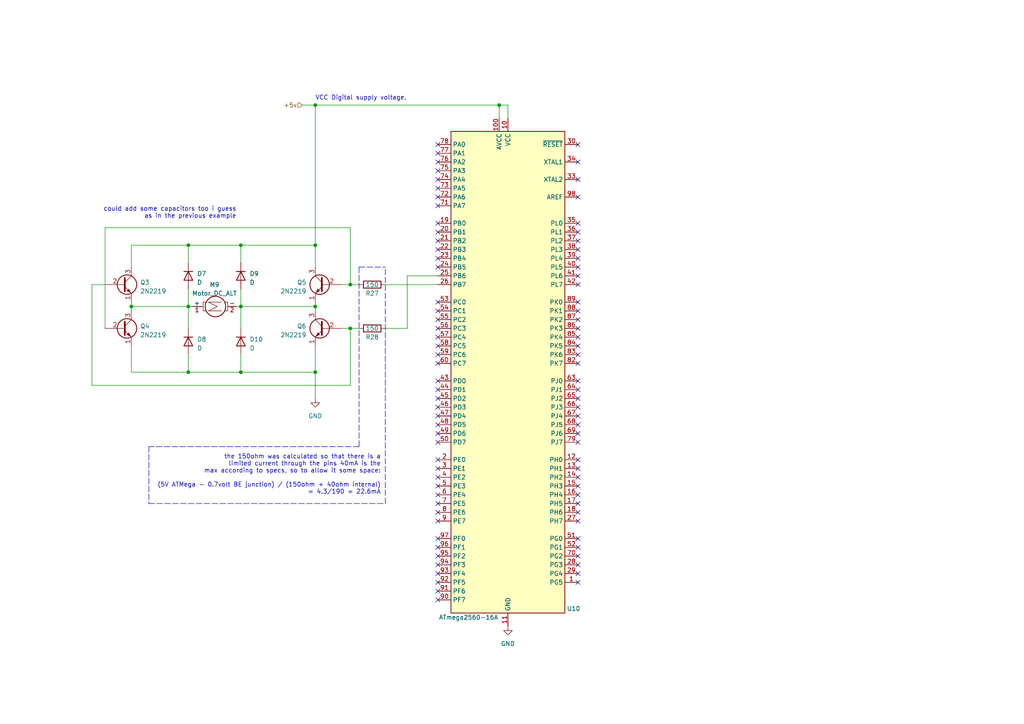
<source format=kicad_sch>
(kicad_sch (version 20210126) (generator eeschema)
  (paper "A4")
  (title_block (title "High Power Consumption 12"))
  (lib_symbols
    (symbol "Device:D" (pin_numbers hide) (pin_names (offset 1.016) hide)
      (property "Reference" "D" (at 0 2.54 0))
      (property "Value" "D" (at 0 -2.54 0))
      (symbol "D_0_1"
        (polyline (pts (xy -1.27 1.27) (xy -1.27 -1.27)) (stroke (width 0.254)))
        (polyline (pts (xy 1.27 0) (xy -1.27 0)))
        (polyline (pts (xy 1.27 1.27) (xy 1.27 -1.27) (xy -1.27 0) (xy 1.27 1.27)) (stroke (width 0.254)))
      )
      (symbol "D_1_1"
        (pin passive line (at -3.81 0 0) (length 2.54) (name "K") (number "1"))
        (pin passive line (at 3.81 0 180) (length 2.54) (name "A") (number "2"))
      )
    )
    (symbol "Device:R" (pin_numbers hide) (pin_names (offset 0))
      (property "Reference" "R" (at 2.032 0 90))
      (property "Value" "R" (at 0 0 90))
      (symbol "R_0_1"
        (rectangle (start -1.016 -2.54) (end 1.016 2.54) (stroke (width 0.254)))
      )
      (symbol "R_1_1"
        (pin passive line (at 0 3.81 270) (length 1.27) (name "~") (number "1"))
        (pin passive line (at 0 -3.81 90) (length 1.27) (name "~") (number "2"))
      )
    )
    (symbol "MCU_Microchip_ATmega:ATmega2560-16A"
      (property "Reference" "U" (at 0 1.27 0))
      (property "Value" "ATmega2560-16A" (at 0 -1.27 0))
      (symbol "ATmega2560-16A_0_1"
        (rectangle (start -16.51 -69.85) (end 16.51 69.85) (stroke (width 0.254)) (fill (type background)))
      )
      (symbol "ATmega2560-16A_1_1"
        (pin bidirectional line (at -20.32 -60.96 0) (length 3.81) (name "PG5") (number "1"))
        (pin power_in line (at 0 73.66 270) (length 3.81) (name "VCC") (number "10"))
        (pin power_in line (at 2.54 73.66 270) (length 3.81) (name "AVCC") (number "100"))
        (pin power_in line (at 0 -73.66 90) (length 3.81) (name "GND") (number "11"))
        (pin bidirectional line (at -20.32 -25.4 0) (length 3.81) (name "PH0") (number "12"))
        (pin bidirectional line (at -20.32 -27.94 0) (length 3.81) (name "PH1") (number "13"))
        (pin bidirectional line (at -20.32 -30.48 0) (length 3.81) (name "PH2") (number "14"))
        (pin bidirectional line (at -20.32 -33.02 0) (length 3.81) (name "PH3") (number "15"))
        (pin bidirectional line (at -20.32 -35.56 0) (length 3.81) (name "PH4") (number "16"))
        (pin bidirectional line (at -20.32 -38.1 0) (length 3.81) (name "PH5") (number "17"))
        (pin bidirectional line (at -20.32 -40.64 0) (length 3.81) (name "PH6") (number "18"))
        (pin bidirectional line (at 20.32 43.18 180) (length 3.81) (name "PB0") (number "19"))
        (pin bidirectional line (at 20.32 -25.4 180) (length 3.81) (name "PE0") (number "2"))
        (pin bidirectional line (at 20.32 40.64 180) (length 3.81) (name "PB1") (number "20"))
        (pin bidirectional line (at 20.32 38.1 180) (length 3.81) (name "PB2") (number "21"))
        (pin bidirectional line (at 20.32 35.56 180) (length 3.81) (name "PB3") (number "22"))
        (pin bidirectional line (at 20.32 33.02 180) (length 3.81) (name "PB4") (number "23"))
        (pin bidirectional line (at 20.32 30.48 180) (length 3.81) (name "PB5") (number "24"))
        (pin bidirectional line (at 20.32 27.94 180) (length 3.81) (name "PB6") (number "25"))
        (pin bidirectional line (at 20.32 25.4 180) (length 3.81) (name "PB7") (number "26"))
        (pin bidirectional line (at -20.32 -43.18 0) (length 3.81) (name "PH7") (number "27"))
        (pin bidirectional line (at -20.32 -55.88 0) (length 3.81) (name "PG3") (number "28"))
        (pin bidirectional line (at -20.32 -58.42 0) (length 3.81) (name "PG4") (number "29"))
        (pin bidirectional line (at 20.32 -27.94 180) (length 3.81) (name "PE1") (number "3"))
        (pin input line (at -20.32 66.04 0) (length 3.81) (name "~RESET") (number "30"))
        (pin passive line (at 0 73.66 270) (length 3.81) hide (name "VCC") (number "31"))
        (pin passive line (at 0 -73.66 90) (length 3.81) hide (name "GND") (number "32"))
        (pin output line (at -20.32 55.88 0) (length 3.81) (name "XTAL2") (number "33"))
        (pin input line (at -20.32 60.96 0) (length 3.81) (name "XTAL1") (number "34"))
        (pin bidirectional line (at -20.32 43.18 0) (length 3.81) (name "PL0") (number "35"))
        (pin bidirectional line (at -20.32 40.64 0) (length 3.81) (name "PL1") (number "36"))
        (pin bidirectional line (at -20.32 38.1 0) (length 3.81) (name "PL2") (number "37"))
        (pin bidirectional line (at -20.32 35.56 0) (length 3.81) (name "PL3") (number "38"))
        (pin bidirectional line (at -20.32 33.02 0) (length 3.81) (name "PL4") (number "39"))
        (pin bidirectional line (at 20.32 -30.48 180) (length 3.81) (name "PE2") (number "4"))
        (pin bidirectional line (at -20.32 30.48 0) (length 3.81) (name "PL5") (number "40"))
        (pin bidirectional line (at -20.32 27.94 0) (length 3.81) (name "PL6") (number "41"))
        (pin bidirectional line (at -20.32 25.4 0) (length 3.81) (name "PL7") (number "42"))
        (pin bidirectional line (at 20.32 -2.54 180) (length 3.81) (name "PD0") (number "43"))
        (pin bidirectional line (at 20.32 -5.08 180) (length 3.81) (name "PD1") (number "44"))
        (pin bidirectional line (at 20.32 -7.62 180) (length 3.81) (name "PD2") (number "45"))
        (pin bidirectional line (at 20.32 -10.16 180) (length 3.81) (name "PD3") (number "46"))
        (pin bidirectional line (at 20.32 -12.7 180) (length 3.81) (name "PD4") (number "47"))
        (pin bidirectional line (at 20.32 -15.24 180) (length 3.81) (name "PD5") (number "48"))
        (pin bidirectional line (at 20.32 -17.78 180) (length 3.81) (name "PD6") (number "49"))
        (pin bidirectional line (at 20.32 -33.02 180) (length 3.81) (name "PE3") (number "5"))
        (pin bidirectional line (at 20.32 -20.32 180) (length 3.81) (name "PD7") (number "50"))
        (pin bidirectional line (at -20.32 -48.26 0) (length 3.81) (name "PG0") (number "51"))
        (pin bidirectional line (at -20.32 -50.8 0) (length 3.81) (name "PG1") (number "52"))
        (pin bidirectional line (at 20.32 20.32 180) (length 3.81) (name "PC0") (number "53"))
        (pin bidirectional line (at 20.32 17.78 180) (length 3.81) (name "PC1") (number "54"))
        (pin bidirectional line (at 20.32 15.24 180) (length 3.81) (name "PC2") (number "55"))
        (pin bidirectional line (at 20.32 12.7 180) (length 3.81) (name "PC3") (number "56"))
        (pin bidirectional line (at 20.32 10.16 180) (length 3.81) (name "PC4") (number "57"))
        (pin bidirectional line (at 20.32 7.62 180) (length 3.81) (name "PC5") (number "58"))
        (pin bidirectional line (at 20.32 5.08 180) (length 3.81) (name "PC6") (number "59"))
        (pin bidirectional line (at 20.32 -35.56 180) (length 3.81) (name "PE4") (number "6"))
        (pin bidirectional line (at 20.32 2.54 180) (length 3.81) (name "PC7") (number "60"))
        (pin passive line (at 0 73.66 270) (length 3.81) hide (name "VCC") (number "61"))
        (pin passive line (at 0 -73.66 90) (length 3.81) hide (name "GND") (number "62"))
        (pin bidirectional line (at -20.32 -2.54 0) (length 3.81) (name "PJ0") (number "63"))
        (pin bidirectional line (at -20.32 -5.08 0) (length 3.81) (name "PJ1") (number "64"))
        (pin bidirectional line (at -20.32 -7.62 0) (length 3.81) (name "PJ2") (number "65"))
        (pin bidirectional line (at -20.32 -10.16 0) (length 3.81) (name "PJ3") (number "66"))
        (pin bidirectional line (at -20.32 -12.7 0) (length 3.81) (name "PJ4") (number "67"))
        (pin bidirectional line (at -20.32 -15.24 0) (length 3.81) (name "PJ5") (number "68"))
        (pin bidirectional line (at -20.32 -17.78 0) (length 3.81) (name "PJ6") (number "69"))
        (pin bidirectional line (at 20.32 -38.1 180) (length 3.81) (name "PE5") (number "7"))
        (pin bidirectional line (at -20.32 -53.34 0) (length 3.81) (name "PG2") (number "70"))
        (pin bidirectional line (at 20.32 48.26 180) (length 3.81) (name "PA7") (number "71"))
        (pin bidirectional line (at 20.32 50.8 180) (length 3.81) (name "PA6") (number "72"))
        (pin bidirectional line (at 20.32 53.34 180) (length 3.81) (name "PA5") (number "73"))
        (pin bidirectional line (at 20.32 55.88 180) (length 3.81) (name "PA4") (number "74"))
        (pin bidirectional line (at 20.32 58.42 180) (length 3.81) (name "PA3") (number "75"))
        (pin bidirectional line (at 20.32 60.96 180) (length 3.81) (name "PA2") (number "76"))
        (pin bidirectional line (at 20.32 63.5 180) (length 3.81) (name "PA1") (number "77"))
        (pin bidirectional line (at 20.32 66.04 180) (length 3.81) (name "PA0") (number "78"))
        (pin bidirectional line (at -20.32 -20.32 0) (length 3.81) (name "PJ7") (number "79"))
        (pin bidirectional line (at 20.32 -40.64 180) (length 3.81) (name "PE6") (number "8"))
        (pin passive line (at 0 73.66 270) (length 3.81) hide (name "VCC") (number "80"))
        (pin passive line (at 0 -73.66 90) (length 3.81) hide (name "GND") (number "81"))
        (pin bidirectional line (at -20.32 2.54 0) (length 3.81) (name "PK7") (number "82"))
        (pin bidirectional line (at -20.32 5.08 0) (length 3.81) (name "PK6") (number "83"))
        (pin bidirectional line (at -20.32 7.62 0) (length 3.81) (name "PK5") (number "84"))
        (pin bidirectional line (at -20.32 10.16 0) (length 3.81) (name "PK4") (number "85"))
        (pin bidirectional line (at -20.32 12.7 0) (length 3.81) (name "PK3") (number "86"))
        (pin bidirectional line (at -20.32 15.24 0) (length 3.81) (name "PK2") (number "87"))
        (pin bidirectional line (at -20.32 17.78 0) (length 3.81) (name "PK1") (number "88"))
        (pin bidirectional line (at -20.32 20.32 0) (length 3.81) (name "PK0") (number "89"))
        (pin bidirectional line (at 20.32 -43.18 180) (length 3.81) (name "PE7") (number "9"))
        (pin bidirectional line (at 20.32 -66.04 180) (length 3.81) (name "PF7") (number "90"))
        (pin bidirectional line (at 20.32 -63.5 180) (length 3.81) (name "PF6") (number "91"))
        (pin bidirectional line (at 20.32 -60.96 180) (length 3.81) (name "PF5") (number "92"))
        (pin bidirectional line (at 20.32 -58.42 180) (length 3.81) (name "PF4") (number "93"))
        (pin bidirectional line (at 20.32 -55.88 180) (length 3.81) (name "PF3") (number "94"))
        (pin bidirectional line (at 20.32 -53.34 180) (length 3.81) (name "PF2") (number "95"))
        (pin bidirectional line (at 20.32 -50.8 180) (length 3.81) (name "PF1") (number "96"))
        (pin bidirectional line (at 20.32 -48.26 180) (length 3.81) (name "PF0") (number "97"))
        (pin passive line (at -20.32 50.8 0) (length 3.81) (name "AREF") (number "98"))
        (pin passive line (at 0 -73.66 90) (length 3.81) hide (name "GND") (number "99"))
      )
    )
    (symbol "Motor:Motor_DC_ALT" (pin_names (offset 0))
      (property "Reference" "M" (at 2.54 2.54 0))
      (property "Value" "Motor_DC_ALT" (at 2.54 -5.08 0))
      (symbol "Motor_DC_ALT_0_0"
        (circle (center 0 -1.524) (radius 2.9718) (stroke (width 0.254)))
        (polyline (pts (xy -1.27 -4.318) (xy -1.27 -5.08) (xy 1.27 -5.08) (xy 1.27 -4.318)))
        (polyline (pts (xy -1.27 1.27) (xy -1.27 2.032) (xy 1.27 2.032) (xy 1.27 1.27)))
        (polyline (pts (xy -1.27 -3.302) (xy -1.27 0.508) (xy 0 -2.032) (xy 1.27 0.508) (xy 1.27 -3.302)))
      )
      (symbol "Motor_DC_ALT_0_1"
        (polyline (pts (xy 0 2.032) (xy 0 2.54)))
      )
      (symbol "Motor_DC_ALT_1_1"
        (pin passive line (at 0 5.08 270) (length 2.54) (name "+") (number "1"))
        (pin passive line (at 0 -7.62 90) (length 2.54) (name "-") (number "2"))
      )
    )
    (symbol "Transistor_BJT:2N2219" (pin_names (offset 0) hide)
      (property "Reference" "Q" (at 5.08 1.905 0))
      (property "Value" "2N2219" (at 5.08 0 0))
      (symbol "2N2219_0_1"
        (circle (center 1.27 0) (radius 2.8194) (stroke (width 0.254)))
        (polyline (pts (xy 0.635 0.635) (xy 2.54 2.54)))
        (polyline (pts (xy 0.635 -0.635) (xy 2.54 -2.54) (xy 2.54 -2.54)))
        (polyline (pts (xy 0.635 1.905) (xy 0.635 -1.905) (xy 0.635 -1.905)) (stroke (width 0.508)))
        (polyline (pts (xy 1.27 -1.778) (xy 1.778 -1.27) (xy 2.286 -2.286) (xy 1.27 -1.778) (xy 1.27 -1.778)) (fill (type outline)))
      )
      (symbol "2N2219_1_1"
        (pin passive line (at 2.54 -5.08 90) (length 2.54) (name "E") (number "1"))
        (pin passive line (at -5.08 0 0) (length 5.715) (name "B") (number "2"))
        (pin passive line (at 2.54 5.08 270) (length 2.54) (name "C") (number "3"))
      )
    )
    (symbol "power:GND" (power) (pin_names (offset 0))
      (property "Value" "GND" (at 0 -3.81 0))
      (symbol "GND_0_1"
        (polyline (pts (xy 0 0) (xy 0 -1.27) (xy 1.27 -1.27) (xy 0 -2.54) (xy -1.27 -1.27) (xy 0 -1.27)))
      )
      (symbol "GND_1_1"
        (pin power_in line (at 0 0 270) (length 0) hide (name "GND") (number "1"))
      )
    )
  )
  (junction (at 38.1 88.9) (diameter 0.9144))
  (junction (at 54.61 71.12) (diameter 0.9144))
  (junction (at 54.61 88.9) (diameter 0.9144))
  (junction (at 54.61 107.95) (diameter 0.9144))
  (junction (at 69.85 71.12) (diameter 0.9144))
  (junction (at 69.85 88.9) (diameter 0.9144))
  (junction (at 69.85 107.95) (diameter 0.9144))
  (junction (at 91.44 30.48) (diameter 0.9144))
  (junction (at 91.44 71.12) (diameter 0.9144))
  (junction (at 91.44 88.9) (diameter 0.9144))
  (junction (at 91.44 107.95) (diameter 0.9144))
  (junction (at 101.6 82.55) (diameter 0.9144))
  (junction (at 101.6 95.25) (diameter 0.9144))
  (junction (at 144.78 30.48) (diameter 0.9144))
  (no_connect (at 127 41.91))
  (no_connect (at 127 44.45))
  (no_connect (at 127 46.99))
  (no_connect (at 127 49.53))
  (no_connect (at 127 52.07))
  (no_connect (at 127 54.61))
  (no_connect (at 127 57.15))
  (no_connect (at 127 59.69))
  (no_connect (at 127 64.77))
  (no_connect (at 127 67.31))
  (no_connect (at 127 69.85))
  (no_connect (at 127 72.39))
  (no_connect (at 127 74.93))
  (no_connect (at 127 77.47))
  (no_connect (at 127 87.63))
  (no_connect (at 127 90.17))
  (no_connect (at 127 92.71))
  (no_connect (at 127 95.25))
  (no_connect (at 127 97.79))
  (no_connect (at 127 100.33))
  (no_connect (at 127 102.87))
  (no_connect (at 127 105.41))
  (no_connect (at 127 110.49))
  (no_connect (at 127 113.03))
  (no_connect (at 127 115.57))
  (no_connect (at 127 118.11))
  (no_connect (at 127 120.65))
  (no_connect (at 127 123.19))
  (no_connect (at 127 125.73))
  (no_connect (at 127 128.27))
  (no_connect (at 127 133.35))
  (no_connect (at 127 135.89))
  (no_connect (at 127 138.43))
  (no_connect (at 127 140.97))
  (no_connect (at 127 143.51))
  (no_connect (at 127 146.05))
  (no_connect (at 127 148.59))
  (no_connect (at 127 151.13))
  (no_connect (at 127 156.21))
  (no_connect (at 127 158.75))
  (no_connect (at 127 161.29))
  (no_connect (at 127 163.83))
  (no_connect (at 127 166.37))
  (no_connect (at 127 168.91))
  (no_connect (at 127 171.45))
  (no_connect (at 127 173.99))
  (no_connect (at 167.64 41.91))
  (no_connect (at 167.64 46.99))
  (no_connect (at 167.64 52.07))
  (no_connect (at 167.64 57.15))
  (no_connect (at 167.64 64.77))
  (no_connect (at 167.64 67.31))
  (no_connect (at 167.64 69.85))
  (no_connect (at 167.64 72.39))
  (no_connect (at 167.64 74.93))
  (no_connect (at 167.64 77.47))
  (no_connect (at 167.64 80.01))
  (no_connect (at 167.64 82.55))
  (no_connect (at 167.64 87.63))
  (no_connect (at 167.64 90.17))
  (no_connect (at 167.64 92.71))
  (no_connect (at 167.64 95.25))
  (no_connect (at 167.64 97.79))
  (no_connect (at 167.64 100.33))
  (no_connect (at 167.64 102.87))
  (no_connect (at 167.64 105.41))
  (no_connect (at 167.64 110.49))
  (no_connect (at 167.64 113.03))
  (no_connect (at 167.64 115.57))
  (no_connect (at 167.64 118.11))
  (no_connect (at 167.64 120.65))
  (no_connect (at 167.64 123.19))
  (no_connect (at 167.64 125.73))
  (no_connect (at 167.64 128.27))
  (no_connect (at 167.64 133.35))
  (no_connect (at 167.64 135.89))
  (no_connect (at 167.64 138.43))
  (no_connect (at 167.64 140.97))
  (no_connect (at 167.64 143.51))
  (no_connect (at 167.64 146.05))
  (no_connect (at 167.64 148.59))
  (no_connect (at 167.64 151.13))
  (no_connect (at 167.64 156.21))
  (no_connect (at 167.64 158.75))
  (no_connect (at 167.64 161.29))
  (no_connect (at 167.64 163.83))
  (no_connect (at 167.64 166.37))
  (no_connect (at 167.64 168.91))
  (wire (pts (xy 26.67 82.55) (xy 26.67 111.76)))
  (wire (pts (xy 26.67 111.76) (xy 101.6 111.76)))
  (wire (pts (xy 30.48 66.04) (xy 30.48 95.25)))
  (wire (pts (xy 30.48 66.04) (xy 101.6 66.04)))
  (wire (pts (xy 30.48 82.55) (xy 26.67 82.55)))
  (wire (pts (xy 38.1 71.12) (xy 54.61 71.12)))
  (wire (pts (xy 38.1 77.47) (xy 38.1 71.12)))
  (wire (pts (xy 38.1 87.63) (xy 38.1 88.9)))
  (wire (pts (xy 38.1 88.9) (xy 38.1 90.17)))
  (wire (pts (xy 38.1 88.9) (xy 54.61 88.9)))
  (wire (pts (xy 38.1 100.33) (xy 38.1 107.95)))
  (wire (pts (xy 38.1 107.95) (xy 54.61 107.95)))
  (wire (pts (xy 54.61 71.12) (xy 69.85 71.12)))
  (wire (pts (xy 54.61 76.2) (xy 54.61 71.12)))
  (wire (pts (xy 54.61 88.9) (xy 54.61 83.82)))
  (wire (pts (xy 54.61 88.9) (xy 54.61 95.25)))
  (wire (pts (xy 54.61 88.9) (xy 55.88 88.9)))
  (wire (pts (xy 54.61 102.87) (xy 54.61 107.95)))
  (wire (pts (xy 54.61 107.95) (xy 69.85 107.95)))
  (wire (pts (xy 68.58 88.9) (xy 69.85 88.9)))
  (wire (pts (xy 69.85 71.12) (xy 91.44 71.12)))
  (wire (pts (xy 69.85 76.2) (xy 69.85 71.12)))
  (wire (pts (xy 69.85 88.9) (xy 69.85 83.82)))
  (wire (pts (xy 69.85 88.9) (xy 69.85 95.25)))
  (wire (pts (xy 69.85 88.9) (xy 91.44 88.9)))
  (wire (pts (xy 69.85 102.87) (xy 69.85 107.95)))
  (wire (pts (xy 69.85 107.95) (xy 91.44 107.95)))
  (wire (pts (xy 87.63 30.48) (xy 91.44 30.48)))
  (wire (pts (xy 91.44 30.48) (xy 91.44 71.12)))
  (wire (pts (xy 91.44 30.48) (xy 144.78 30.48)))
  (wire (pts (xy 91.44 71.12) (xy 91.44 77.47)))
  (wire (pts (xy 91.44 88.9) (xy 91.44 87.63)))
  (wire (pts (xy 91.44 90.17) (xy 91.44 88.9)))
  (wire (pts (xy 91.44 107.95) (xy 91.44 100.33)))
  (wire (pts (xy 91.44 115.57) (xy 91.44 107.95)))
  (wire (pts (xy 99.06 82.55) (xy 101.6 82.55)))
  (wire (pts (xy 99.06 95.25) (xy 101.6 95.25)))
  (wire (pts (xy 101.6 66.04) (xy 101.6 82.55)))
  (wire (pts (xy 101.6 82.55) (xy 104.14 82.55)))
  (wire (pts (xy 101.6 95.25) (xy 104.14 95.25)))
  (wire (pts (xy 101.6 111.76) (xy 101.6 95.25)))
  (wire (pts (xy 111.76 82.55) (xy 127 82.55)))
  (wire (pts (xy 111.76 95.25) (xy 118.11 95.25)))
  (wire (pts (xy 118.11 80.01) (xy 127 80.01)))
  (wire (pts (xy 118.11 95.25) (xy 118.11 80.01)))
  (wire (pts (xy 144.78 30.48) (xy 144.78 34.29)))
  (wire (pts (xy 144.78 30.48) (xy 147.32 30.48)))
  (wire (pts (xy 147.32 30.48) (xy 147.32 34.29)))
  (polyline (pts (xy 43.18 129.54) (xy 43.18 146.05)) (stroke (width 0) (type dash)))
  (polyline (pts (xy 43.18 146.05) (xy 111.76 146.05)) (stroke (width 0) (type dash)))
  (polyline (pts (xy 104.14 77.47) (xy 104.14 129.54)) (stroke (width 0) (type dash)))
  (polyline (pts (xy 104.14 77.47) (xy 111.76 77.47)) (stroke (width 0) (type dash)))
  (polyline (pts (xy 104.14 129.54) (xy 43.18 129.54)) (stroke (width 0) (type dash)))
  (polyline (pts (xy 111.76 146.05) (xy 111.76 77.47)) (stroke (width 0) (type dash)))
  (text "could add some capacitors too i guess\nas in the previous example" (at 68.58 63.5 0) (effects (font (size 1.27 1.27)) (justify right bottom)))
  (text "VCC Digital supply voltage." (at 91.44 29.21 0) (effects (font (size 1.27 1.27)) (justify left bottom)))
  (text "the 150ohm was calculated so that there is a\nlimited current through the pins 40mA is the\nmax according to specs, so to allow it some space:\n\n(5V ATMega - 0.7volt BE junction) / (150ohm + 40ohm internal)\n= 4.3/190 = 22.6mA" (at 110.49 143.51 0) (effects (font (size 1.27 1.27)) (justify right bottom)))
  (hierarchical_label "+5v" (shape input) (at 87.63 30.48 180))
  (symbol (lib_id "power:GND") (at 91.44 115.57 0) (unit 1)
    (property "Reference" "#PWR019" (effects hide))
    (property "Value" "GND" (at 91.44 120.65 0))
  )
  (symbol (lib_id "power:GND") (at 147.32 181.61 0) (unit 1)
    (property "Reference" "#PWR020" (effects hide))
    (property "Value" "GND" (at 147.32 186.69 0))
  )
  (symbol (lib_id "Device:R") (at 107.95 82.55 90) (unit 1)
    (property "Reference" "R27" (at 107.95 85.09 90))
    (property "Value" "150" (at 107.95 82.55 90))
  )
  (symbol (lib_id "Device:R") (at 107.95 95.25 90) (unit 1)
    (property "Reference" "R28" (at 107.95 97.79 90))
    (property "Value" "150" (at 107.95 95.25 90))
  )
  (symbol (lib_id "Device:D") (at 54.61 80.01 270) (unit 1)
    (property "Reference" "D7" (at 57.15 79.3749 90) (effects (justify left)))
    (property "Value" "D" (at 57.15 81.9149 90) (effects (justify left)))
  )
  (symbol (lib_id "Device:D") (at 54.61 99.06 270) (unit 1)
    (property "Reference" "D8" (at 57.15 98.4249 90) (effects (justify left)))
    (property "Value" "D" (at 57.15 100.9649 90) (effects (justify left)))
  )
  (symbol (lib_id "Device:D") (at 69.85 80.01 270) (unit 1)
    (property "Reference" "D9" (at 72.39 79.3749 90) (effects (justify left)))
    (property "Value" "D" (at 72.39 81.9149 90) (effects (justify left)))
  )
  (symbol (lib_id "Device:D") (at 69.85 99.06 270) (unit 1)
    (property "Reference" "D10" (at 72.39 98.4249 90) (effects (justify left)))
    (property "Value" "D" (at 72.39 100.9649 90) (effects (justify left)))
  )
  (symbol (lib_id "Motor:Motor_DC_ALT") (at 60.96 88.9 90) (unit 1)
    (property "Reference" "M9" (at 62.23 82.55 90))
    (property "Value" "Motor_DC_ALT" (at 62.23 85.09 90))
  )
  (symbol (lib_id "Transistor_BJT:2N2219") (at 35.56 82.55 0) (unit 1)
    (property "Reference" "Q3" (at 40.64 81.9149 0) (effects (justify left)))
    (property "Value" "2N2219" (at 40.64 84.4549 0) (effects (justify left)))
    (property "Footprint" "Package_TO_SOT_THT:TO-39-3" (effects hide))
    (property "Datasheet" "http://www.onsemi.com/pub_link/Collateral/2N2219-D.PDF" (effects hide))
  )
  (symbol (lib_id "Transistor_BJT:2N2219") (at 35.56 95.25 0) (unit 1)
    (property "Reference" "Q4" (at 40.64 94.6149 0) (effects (justify left)))
    (property "Value" "2N2219" (at 40.64 97.1549 0) (effects (justify left)))
    (property "Footprint" "Package_TO_SOT_THT:TO-39-3" (effects hide))
    (property "Datasheet" "http://www.onsemi.com/pub_link/Collateral/2N2219-D.PDF" (effects hide))
  )
  (symbol (lib_id "Transistor_BJT:2N2219") (at 93.98 82.55 0) (mirror y) (unit 1)
    (property "Reference" "Q5" (at 88.9 81.9149 0) (effects (justify left)))
    (property "Value" "2N2219" (at 88.9 84.4549 0) (effects (justify left)))
    (property "Footprint" "Package_TO_SOT_THT:TO-39-3" (effects hide))
    (property "Datasheet" "http://www.onsemi.com/pub_link/Collateral/2N2219-D.PDF" (effects hide))
  )
  (symbol (lib_id "Transistor_BJT:2N2219") (at 93.98 95.25 0) (mirror y) (unit 1)
    (property "Reference" "Q6" (at 88.9 94.6149 0) (effects (justify left)))
    (property "Value" "2N2219" (at 88.9 97.1549 0) (effects (justify left)))
    (property "Footprint" "Package_TO_SOT_THT:TO-39-3" (effects hide))
    (property "Datasheet" "http://www.onsemi.com/pub_link/Collateral/2N2219-D.PDF" (effects hide))
  )
  (symbol (lib_id "MCU_Microchip_ATmega:ATmega2560-16A") (at 147.32 107.95 0) (mirror y) (unit 1)
    (property "Reference" "U10" (at 166.37 176.53 0))
    (property "Value" "ATmega2560-16A" (at 135.89 179.07 0))
    (property "Footprint" "Package_QFP:TQFP-100_14x14mm_P0.5mm" (effects hide))
    (property "Datasheet" "http://ww1.microchip.com/downloads/en/DeviceDoc/Atmel-2549-8-bit-AVR-Microcontroller-ATmega640-1280-1281-2560-2561_datasheet.pdf" (effects hide))
  )
)
</source>
